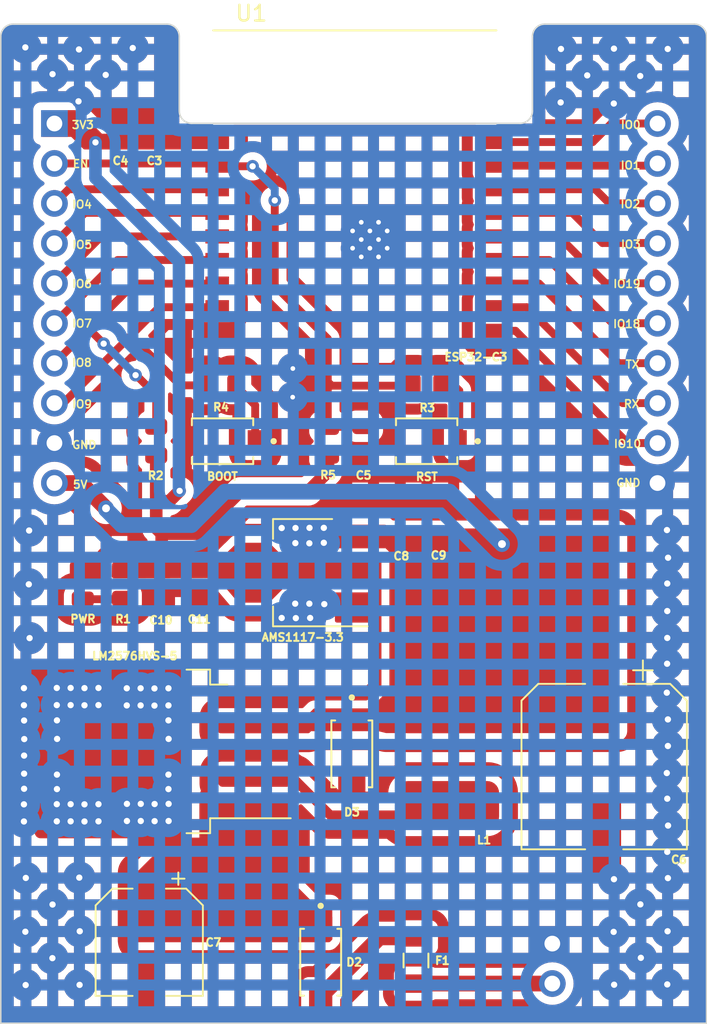
<source format=kicad_pcb>
(kicad_pcb (version 20221018) (generator pcbnew)
  (layers (0 "F.Cu" signal) (31 "B.Cu" signal) (34 "B.Paste" user) (35 "F.Paste" user) (36 "B.SilkS" user "B.Silkscreen") (37 "F.SilkS" user "F.Silkscreen") (38 "B.Mask" user) (39 "F.Mask" user) (44 "Edge.Cuts" user))
  (net 0 "")
  (net 1 "+3V3")
  (net 2 "GND")
  (net 3 "EN")
  (net 4 "+5V")
  (net 5 "Net-(U2-VIN)")
  (net 6 "Net-(D2-Pad2)")
  (net 7 "+12V")
  (net 8 "IO0")
  (net 9 "IO1")
  (net 10 "IO2")
  (net 11 "IO3")
  (net 12 "IO19")
  (net 13 "IO18")
  (net 14 "RX")
  (net 15 "TX")
  (net 16 "IO10")
  (net 17 "IO4")
  (net 18 "IO5")
  (net 19 "IO6")
  (net 20 "IO7")
  (net 21 "IO8")
  (net 22 "IO9")
  (net 23 "Net-(U2-OUT)")
  (net 24 "Net-(R3-Pad2)")
  (net 25 "Net-(R4-Pad2)")
  (net 26 "Net-(D1-A)")
  (footprint "ESP32_C3:MODULE_ESP32-C3-WROOM-02-H4" (layer "F.Cu") (at 124.55 99.76)
    (fp_text reference "U1" (at -6.575 -11.085) (layer "F.SilkS"))
    (fp_text value "ESP32-C3" (at 7.7 10.77) (layer "F.SilkS") (effects (font (size 0.5 0.5) (thickness 0.125))))
    (pad "1" smd rect (at -8.75 -2.9) (size 1.5 0.9) (layers "F.Cu" "F.Paste" "F.Mask") (net 1 "+3V3"))
    (pad "2" smd rect (at -8.75 -1.4) (size 1.5 0.9) (layers "F.Cu" "F.Paste" "F.Mask") (net 3 "EN"))
    (pad "3" smd rect (at -8.75 0.1) (size 1.5 0.9) (layers "F.Cu" "F.Paste" "F.Mask") (net 17 "IO4"))
    (pad "4" smd rect (at -8.75 1.6) (size 1.5 0.9) (layers "F.Cu" "F.Paste" "F.Mask") (net 18 "IO5"))
    (pad "5" smd rect (at -8.75 3.1) (size 1.5 0.9) (layers "F.Cu" "F.Paste" "F.Mask") (net 19 "IO6"))
    (pad "6" smd rect (at -8.75 4.6) (size 1.5 0.9) (layers "F.Cu" "F.Paste" "F.Mask") (net 20 "IO7"))
    (pad "7" smd rect (at -8.75 6.1) (size 1.5 0.9) (layers "F.Cu" "F.Paste" "F.Mask") (net 21 "IO8"))
    (pad "8" smd rect (at -8.75 7.6) (size 1.5 0.9) (layers "F.Cu" "F.Paste" "F.Mask") (net 22 "IO9"))
    (pad "9" smd rect (at -8.75 9.1) (size 1.5 0.9) (layers "F.Cu" "F.Paste" "F.Mask") (net 2 "GND"))
    (pad "10" smd rect (at 8.75 9.1) (size 1.5 0.9) (layers "F.Cu" "F.Paste" "F.Mask") (net 16 "IO10"))
    (pad "11" smd rect (at 8.75 7.6) (size 1.5 0.9) (layers "F.Cu" "F.Paste" "F.Mask") (net 14 "RX"))
    (pad "12" smd rect (at 8.75 6.1) (size 1.5 0.9) (layers "F.Cu" "F.Paste" "F.Mask") (net 15 "TX"))
    (pad "13" smd rect (at 8.75 4.6) (size 1.5 0.9) (layers "F.Cu" "F.Paste" "F.Mask") (net 13 "IO18"))
    (pad "14" smd rect (at 8.75 3.1) (size 1.5 0.9) (layers "F.Cu" "F.Paste" "F.Mask") (net 12 "IO19"))
    (pad "15" smd rect (at 8.75 1.6) (size 1.5 0.9) (layers "F.Cu" "F.Paste" "F.Mask") (net 11 "IO3"))
    (pad "16" smd rect (at 8.75 0.1) (size 1.5 0.9) (layers "F.Cu" "F.Paste" "F.Mask") (net 10 "IO2"))
    (pad "17" smd rect (at 8.75 -1.4) (size 1.5 0.9) (layers "F.Cu" "F.Paste" "F.Mask") (net 9 "IO1"))
    (pad "18" smd rect (at 8.75 -2.9) (size 1.5 0.9) (layers "F.Cu" "F.Paste" "F.Mask") (net 8 "IO0"))
    (pad "19" smd rect (at -0.14 2.2) (size 0.7 0.7) (layers "F.Cu" "F.Paste" "F.Mask") (net 2 "GND"))
    (pad "20" smd rect (at 0.96 2.2) (size 0.7 0.7) (layers "F.Cu" "F.Paste" "F.Mask") (net 2 "GND"))
    (pad "21" smd rect (at 2.06 2.2) (size 0.7 0.7) (layers "F.Cu" "F.Paste" "F.Mask") (net 2 "GND"))
    (pad "22" smd rect (at -0.14 3.3) (size 0.7 0.7) (layers "F.Cu" "F.Paste" "F.Mask") (net 2 "GND"))
    (pad "23" smd rect (at 0.96 3.3) (size 0.7 0.7) (layers "F.Cu" "F.Paste" "F.Mask") (net 2 "GND"))
    (pad "24" smd rect (at 2.06 3.3) (size 0.7 0.7) (layers "F.Cu" "F.Paste" "F.Mask") (net 2 "GND"))
    (pad "25" smd rect (at -0.14 4.4) (size 0.7 0.7) (layers "F.Cu" "F.Paste" "F.Mask") (net 2 "GND"))
    (pad "26" smd rect (at 0.96 4.4) (size 0.7 0.7) (layers "F.Cu" "F.Paste" "F.Mask") (net 2 "GND"))
    (pad "27" smd rect (at 2.06 4.4) (size 0.7 0.7) (layers "F.Cu" "F.Paste" "F.Mask") (net 2 "GND"))
    (pad "28" thru_hole circle (at 0.41 2.2) (size 0.4 0.4) (drill 0.3) (layers "*.Cu") (net 2 "GND"))
    (pad "29" thru_hole circle (at 1.51 2.2) (size 0.4 0.4) (drill 0.3) (layers "*.Cu") (net 2 "GND"))
    (pad "30" thru_hole circle (at -0.14 2.75) (size 0.4 0.4) (drill 0.3) (layers "*.Cu") (net 2 "GND"))
    (pad "31" thru_hole circle (at 0.96 2.75) (size 0.4 0.4) (drill 0.3) (layers "*.Cu") (net 2 "GND"))
    (pad "32" thru_hole circle (at 2.06 2.75) (size 0.4 0.4) (drill 0.3) (layers "*.Cu") (net 2 "GND"))
    (pad "33" thru_hole circle (at 0.41 3.3) (size 0.4 0.4) (drill 0.3) (layers "*.Cu") (net 2 "GND"))
    (pad "34" thru_hole circle (at 1.51 3.3) (size 0.4 0.4) (drill 0.3) (layers "*.Cu") (net 2 "GND"))
    (pad "35" thru_hole circle (at -0.14 3.85) (size 0.4 0.4) (drill 0.3) (layers "*.Cu") (net 2 "GND"))
    (pad "36" thru_hole circle (at 0.96 3.85) (size 0.4 0.4) (drill 0.3) (layers "*.Cu") (net 2 "GND"))
    (pad "37" thru_hole circle (at 2.06 3.85) (size 0.4 0.4) (drill 0.3) (layers "*.Cu") (net 2 "GND"))
    (pad "38" thru_hole circle (at 0.41 4.4) (size 0.4 0.4) (drill 0.3) (layers "*.Cu") (net 2 "GND"))
    (pad "38" thru_hole circle (at 1.51 4.4) (size 0.4 0.4) (drill 0.3) (layers "*.Cu") (net 2 "GND"))
    (zone (net 0) (net_name "") (layer "F.Cu") (connect_pads (clearance 0)) (min_thickness 0.01)
      (keepout (tracks not_allowed) (vias not_allowed) (pads not_allowed) (copperpour not_allowed) (footprints allowed))
      (fill (thermal_gap 0.508) (thermal_bridge_width 0.508))
      (polygon (pts (xy 115.55 89.76) (xy 133.55 89.76) (xy 133.55 95.76) (xy 115.55 95.76)))
    )
    (zone (net 0) (net_name "") (layer "B.Cu") (connect_pads (clearance 0)) (min_thickness 0.01)
      (keepout (tracks not_allowed) (vias not_allowed) (pads not_allowed) (copperpour not_allowed) (footprints allowed))
      (fill (thermal_gap 0.508) (thermal_bridge_width 0.508))
      (polygon (pts (xy 115.55 89.76) (xy 133.55 89.76) (xy 133.55 95.76) (xy 115.55 95.76)))
    )
  )
  (footprint "sigorta:FUSC3215X83N" (layer "F.Cu") (at 128.44 148.9 90)
    (fp_text reference "F1" (at -0.01 1.68 180) (layer "F.SilkS") (effects (font (size 0.5 0.5) (thickness 0.125))))
    (fp_text value "Fuse" hide)
    (pad "1" smd rect (at -1.47 0 90) (size 1.17 1.8) (layers "F.Cu" "F.Paste" "F.Mask") (net 7 "+12V"))
    (pad "2" smd rect (at 1.47 0 90) (size 1.17 1.8) (layers "F.Cu" "F.Paste" "F.Mask") (net 6 "Net-(D2-Pad2)"))
  )
  (footprint "Capacitor_SMD:CP_Elec_6.3x7.7" (layer "F.Cu") (at 111.48 147.74 -90)
    (fp_text reference "C7" (at 0.01 -4.08 -180) (layer "F.SilkS") (effects (font (size 0.5 0.5) (thickness 0.125))))
    (fp_text value "C_Polarized_Small" hide)
    (pad "1" smd roundrect (at -2.7 0 270) (size 3.5 1.6) (layers "F.Cu" "F.Paste" "F.Mask") (roundrect_rratio 0.15625) (net 5 "Net-(U2-VIN)"))
    (pad "2" smd roundrect (at 2.7 0 270) (size 3.5 1.6) (layers "F.Cu" "F.Paste" "F.Mask") (roundrect_rratio 0.15625) (net 2 "GND"))
  )
  (footprint "Package_TO_SOT_SMD:TO-263-5_TabPin3" (layer "F.Cu") (at 110.525 135.605 180)
    (fp_text reference "U2" hide)
    (fp_text value "LM2576HVS-5" (at -0.035 6.065) (layer "F.SilkS") (effects (font (size 0.5 0.5) (thickness 0.125))))
    (pad "1" smd roundrect (at -7.65 -3.4 180) (size 4.6 1.1) (layers "F.Cu" "F.Paste" "F.Mask") (roundrect_rratio 0.227273) (net 5 "Net-(U2-VIN)"))
    (pad "2" smd roundrect (at -7.65 -1.7 180) (size 4.6 1.1) (layers "F.Cu" "F.Paste" "F.Mask") (roundrect_rratio 0.227273) (net 23 "Net-(U2-OUT)"))
    (pad "3" smd roundrect (at -7.65 0 180) (size 4.6 1.1) (layers "F.Cu" "F.Paste" "F.Mask") (roundrect_rratio 0.227273) (net 2 "GND"))
    (pad "3" smd roundrect (at -0.925 -2.775 180) (size 4.55 5.25) (layers "F.Cu" "F.Paste") (roundrect_rratio 0.054945) (net 2 "GND"))
    (pad "3" smd roundrect (at -0.925 2.775 180) (size 4.55 5.25) (layers "F.Cu" "F.Paste") (roundrect_rratio 0.054945) (net 2 "GND"))
    (pad "3" smd roundrect (at 1.5 0 180) (size 9.4 10.8) (layers "F.Cu" "F.Mask") (roundrect_rratio 0.026596) (net 2 "GND"))
    (pad "3" smd roundrect (at 3.925 -2.775 180) (size 4.55 5.25) (layers "F.Cu" "F.Paste") (roundrect_rratio 0.054945) (net 2 "GND"))
    (pad "3" smd roundrect (at 3.925 2.775 180) (size 4.55 5.25) (layers "F.Cu" "F.Paste") (roundrect_rratio 0.054945) (net 2 "GND"))
    (pad "4" smd roundrect (at -7.65 1.7 180) (size 4.6 1.1) (layers "F.Cu" "F.Paste" "F.Mask") (roundrect_rratio 0.227273) (net 4 "+5V"))
    (pad "5" smd roundrect (at -7.65 3.4 180) (size 4.6 1.1) (layers "F.Cu" "F.Paste" "F.Mask") (roundrect_rratio 0.227273) (net 2 "GND"))
  )
  (footprint "Capacitor_SMD:C_0805_2012Metric" (layer "F.Cu") (at 125.1225 115.88 -90)
    (fp_text reference "C5" (at 2.17 0.0125 180) (layer "F.SilkS") (effects (font (size 0.5 0.5) (thickness 0.125))))
    (fp_text value "C")
    (pad "1" smd roundrect (at -0.95 0 270) (size 1 1.45) (layers "F.Cu" "F.Paste" "F.Mask") (net 3 "EN"))
    (pad "2" smd roundrect (at 0.95 0 270) (size 1 1.45) (layers "F.Cu" "F.Paste" "F.Mask") (net 2 "GND"))
  )
  (footprint "SS310:SODFL5226X100N" (layer "F.Cu") (at 124.36 135.76 -90)
    (fp_text reference "D3" (at 3.71 -0.01 180) (layer "F.SilkS") (effects (font (size 0.5 0.5) (thickness 0.125))))
    (fp_text value "SS310ALH" hide)
    (pad "1" smd rect (at -2.165 0 270) (size 1.44 1.48) (layers "F.Cu" "F.Paste" "F.Mask") (net 4 "+5V"))
    (pad "2" smd rect (at 2.165 0 270) (size 1.44 1.48) (layers "F.Cu" "F.Paste" "F.Mask") (net 2 "GND"))
  )
  (footprint "Connector_PinHeader_2.54mm:PinHeader_1x10_P2.54mm_Vertical" (layer "F.Cu") (at 143.8 95.68)
    (fp_text reference "J5" hide)
    (fp_text value "Conn_01x10_Male" hide)
    (pad "1" thru_hole oval (at 0 0) (size 1.7 1.7) (drill 1) (layers "*.Cu" "*.Mask") (net 8 "IO0"))
    (pad "2" thru_hole oval (at 0 2.54) (size 1.7 1.7) (drill 1) (layers "*.Cu" "*.Mask") (net 9 "IO1"))
    (pad "3" thru_hole oval (at 0 5.08) (size 1.7 1.7) (drill 1) (layers "*.Cu" "*.Mask") (net 10 "IO2"))
    (pad "4" thru_hole oval (at 0 7.62) (size 1.7 1.7) (drill 1) (layers "*.Cu" "*.Mask") (net 11 "IO3"))
    (pad "5" thru_hole oval (at 0 10.16) (size 1.7 1.7) (drill 1) (layers "*.Cu" "*.Mask") (net 12 "IO19"))
    (pad "6" thru_hole oval (at 0 12.7) (size 1.7 1.7) (drill 1) (layers "*.Cu" "*.Mask") (net 13 "IO18"))
    (pad "7" thru_hole oval (at 0 15.24) (size 1.7 1.7) (drill 1) (layers "*.Cu" "*.Mask") (net 15 "TX"))
    (pad "8" thru_hole oval (at 0 17.78) (size 1.7 1.7) (drill 1) (layers "*.Cu" "*.Mask") (net 14 "RX"))
    (pad "9" thru_hole oval (at 0 20.32) (size 1.7 1.7) (drill 1) (layers "*.Cu" "*.Mask") (net 16 "IO10"))
    (pad "10" thru_hole oval (at 0 22.86) (size 1.7 1.7) (drill 1) (layers "*.Cu" "*.Mask") (net 2 "GND"))
  )
  (footprint "Connector_PinHeader_2.54mm:PinHeader_1x10_P2.54mm_Vertical" (layer "F.Cu") (at 105.45 95.68)
    (fp_text reference "J4" hide)
    (fp_text value "Conn_01x10_Male" hide)
    (pad "1" thru_hole rect (at 0 0) (size 1.7 1.7) (drill 1) (layers "*.Cu" "*.Mask") (net 1 "+3V3"))
    (pad "2" thru_hole oval (at 0 2.54) (size 1.7 1.7) (drill 1) (layers "*.Cu" "*.Mask") (net 3 "EN"))
    (pad "3" thru_hole oval (at 0 5.08) (size 1.7 1.7) (drill 1) (layers "*.Cu" "*.Mask") (net 17 "IO4"))
    (pad "4" thru_hole oval (at 0 7.62) (size 1.7 1.7) (drill 1) (layers "*.Cu" "*.Mask") (net 18 "IO5"))
    (pad "5" thru_hole oval (at 0 10.16) (size 1.7 1.7) (drill 1) (layers "*.Cu" "*.Mask") (net 19 "IO6"))
    (pad "6" thru_hole oval (at 0 12.7) (size 1.7 1.7) (drill 1) (layers "*.Cu" "*.Mask") (net 20 "IO7"))
    (pad "7" thru_hole oval (at 0 15.24) (size 1.7 1.7) (drill 1) (layers "*.Cu" "*.Mask") (net 21 "IO8"))
    (pad "8" thru_hole oval (at 0 17.78) (size 1.7 1.7) (drill 1) (layers "*.Cu" "*.Mask") (net 22 "IO9"))
    (pad "9" thru_hole oval (at 0 20.32) (size 1.7 1.7) (drill 1) (layers "*.Cu" "*.Mask") (net 2 "GND"))
    (pad "10" thru_hole oval (at 0 22.86) (size 1.7 1.7) (drill 1) (layers "*.Cu" "*.Mask") (net 4 "+5V"))
  )
  (footprint "Capacitor_SMD:CP_Elec_10x12.6" (layer "F.Cu") (at 140.41 136.57 -90)
    (fp_text reference "C6" (at 5.92 -4.75 180) (layer "F.SilkS") (effects (font (size 0.5 0.5) (thickness 0.125))))
    (fp_text value "C_Polarized_Small" hide)
    (pad "1" smd roundrect (at -4.35 0 270) (size 4.4 1.9) (layers "F.Cu" "F.Paste" "F.Mask") (roundrect_rratio 0.131579) (net 4 "+5V"))
    (pad "2" smd roundrect (at 4.35 0 270) (size 4.4 1.9) (layers "F.Cu" "F.Paste" "F.Mask") (roundrect_rratio 0.131579) (net 2 "GND"))
  )
  (footprint "Resistor_SMD:R_0805_2012Metric" (layer "F.Cu") (at 111.9225 115.87 90)
    (fp_text reference "R2" (at -2.2 -0.0325 180) (layer "F.SilkS") (effects (font (size 0.5 0.5) (thickness 0.125))))
    (fp_text value "R")
    (pad "1" smd roundrect (at -0.9125 0 90) (size 1.025 1.4) (layers "F.Cu" "F.Paste" "F.Mask") (roundrect_rratio 0.243902) (net 1 "+3V3"))
    (pad "2" smd roundrect (at 0.9125 0 90) (size 1.025 1.4) (layers "F.Cu" "F.Paste" "F.Mask") (roundrect_rratio 0.243902) (net 21 "IO8"))
  )
  (footprint "button:SW_TL1015AF160QG" (layer "F.Cu") (at 129.12 115.88 180)
    (fp_text reference "RST" (at -0.01 -2.26) (layer "F.SilkS") (effects (font (size 0.5 0.5) (thickness 0.125))))
    (fp_text value "SW_Push" hide)
    (pad "1" smd rect (at -2.075 0 180) (size 0.95 1.4) (layers "F.Cu" "F.Paste" "F.Mask") (net 24 "Net-(R3-Pad2)"))
    (pad "2" smd rect (at 2.075 0 180) (size 0.95 1.4) (layers "F.Cu" "F.Paste" "F.Mask") (net 2 "GND"))
  )
  (footprint "Resistor_SMD:R_0805_2012Metric" (layer "F.Cu") (at 129.14 112.29)
    (fp_text reference "R3" (at 0.02 1.47) (layer "F.SilkS") (effects (font (size 0.5 0.5) (thickness 0.125))))
    (fp_text value "R")
    (pad "1" smd roundrect (at -0.9125 0) (size 1.025 1.4) (layers "F.Cu" "F.Paste" "F.Mask") (roundrect_rratio 0.243902) (net 3 "EN"))
    (pad "2" smd roundrect (at 0.9125 0) (size 1.025 1.4) (layers "F.Cu" "F.Paste" "F.Mask") (roundrect_rratio 0.243902) (net 24 "Net-(R3-Pad2)"))
  )
  (footprint "Capacitor_SMD:C_0805_2012Metric" (layer "F.Cu") (at 114.71 125.03 -90)
    (fp_text reference "C11" (at 2.18 0.05 180) (layer "F.SilkS") (effects (font (size 0.5 0.5) (thickness 0.125))))
    (fp_text value "C")
    (pad "1" smd roundrect (at -0.95 0 270) (size 1 1.45) (layers "F.Cu" "F.Paste" "F.Mask") (net 1 "+3V3"))
    (pad "2" smd roundrect (at 0.95 0 270) (size 1 1.45) (layers "F.Cu" "F.Paste" "F.Mask") (net 2 "GND"))
  )
  (footprint "LED_SMD:LED_0805_2012Metric" (layer "F.Cu") (at 107.25 124.99 -90)
    (fp_text reference "PWR" (at 2.19 -0.01 180) (layer "F.SilkS") (effects (font (size 0.5 0.5) (thickness 0.125))))
    (fp_text value "LED")
    (pad "1" smd roundrect (at -0.9375 0 270) (size 0.975 1.4) (layers "F.Cu" "F.Paste" "F.Mask") (net 2 "GND"))
    (pad "2" smd roundrect (at 0.9375 0 270) (size 0.975 1.4) (layers "F.Cu" "F.Paste" "F.Mask") (net 26 "Net-(D1-A)"))
  )
  (footprint "Connector_PinHeader_2.54mm:PinHeader_1x02_P2.54mm_Vertical" (layer "F.Cu") (at 137.11 147.825)
    (fp_text reference "J3" hide)
    (fp_text value "Screw_Terminal_01x02" hide)
    (pad "1" thru_hole rect (at 0 0) (size 1.7 1.7) (drill 1) (layers "*.Cu" "*.Mask") (net 2 "GND"))
    (pad "2" thru_hole oval (at 0 2.54) (size 1.7 1.7) (drill 1) (layers "*.Cu" "*.Mask") (net 7 "+12V"))
  )
  (footprint "Capacitor_SMD:C_0805_2012Metric" (layer "F.Cu") (at 129.88 120.99 90)
    (fp_text reference "C9" (at -2.15 0 180) (layer "F.SilkS") (effects (font (size 0.5 0.5) (thickness 0.125))))
    (fp_text value "C")
    (pad "1" smd roundrect (at -0.95 0 90) (size 1 1.45) (layers "F.Cu" "F.Paste" "F.Mask") (net 4 "+5V"))
    (pad "2" smd roundrect (at 0.95 0 90) (size 1 1.45) (layers "F.Cu" "F.Paste" "F.Mask") (net 2 "GND"))
  )
  (footprint "Capacitor_SMD:C_0805_2012Metric" (layer "F.Cu") (at 111.8 95.88 90)
    (fp_text reference "C3" (at -2.17 0.01 180) (layer "F.SilkS") (effects (font (size 0.5 0.5) (thickness 0.125))))
    (fp_text value "C")
    (pad "1" smd roundrect (at -0.95 0 90) (size 1 1.45) (layers "F.Cu" "F.Paste" "F.Mask") (net 1 "+3V3"))
    (pad "2" smd roundrect (at 0.95 0 90) (size 1 1.45) (layers "F.Cu" "F.Paste" "F.Mask") (net 2 "GND"))
  )
  (footprint "Resistor_SMD:R_0805_2012Metric" (layer "F.Cu") (at 122.85 115.88 90)
    (fp_text reference "R5" (at -2.15 0 180) (layer "F.SilkS") (effects (font (size 0.5 0.5) (thickness 0.125))))
    (fp_text value "R")
    (pad "1" smd roundrect (at -0.9125 0 90) (size 1.025 1.4) (layers "F.Cu" "F.Paste" "F.Mask") (roundrect_rratio 0.243902) (net 1 "+3V3"))
    (pad "2" smd roundrect (at 0.9125 0 90) (size 1.025 1.4) (layers "F.Cu" "F.Paste" "F.Mask") (roundrect_rratio 0.243902) (net 3 "EN"))
  )
  (footprint "L:100uH" (layer "F.Cu") (at 124.645 136.45 90)
    (fp_text reference "L1" hide)
    (fp_text value "L")
    (fp_text user "${REFERENCE}" (at -4.79 8.125 unlocked) (layer "F.SilkS") (effects (font (size 0.5 0.5) (thickness 0.125))))
    (pad "1" smd roundrect (at -2.54 5.81 90) (size 3 6.54) (layers "F.Cu" "F.Paste" "F.Mask") (net 23 "Net-(U2-OUT)"))
    (pad "2" smd roundrect (at 3.5 5.795 90) (size 3 6.51) (layers "F.Cu" "F.Paste" "F.Mask") (net 4 "+5V"))
  )
  (footprint "Package_TO_SOT_SMD:SOT-223-3_TabPin2" (layer "F.Cu") (at 121.26 124.24 180)
    (fp_text reference "U3" hide)
    (fp_text value "AMS1117-3.3" (at 0.02 -4.11) (layer "F.SilkS") (effects (font (size 0.5 0.5) (thickness 0.125))))
    (pad "1" smd rect (at -3.15 -2.3 180) (size 2 1.5) (layers "F.Cu" "F.Paste" "F.Mask") (net 2 "GND"))
    (pad "2" smd rect (at -3.15 0 180) (size 2 1.5) (layers "F.Cu" "F.Paste" "F.Mask") (net 1 "+3V3"))
    (pad "2" smd rect (at 3.15 0 180) (size 2 3.8) (layers "F.Cu" "F.Paste" "F.Mask") (net 1 "+3V3"))
    (pad "3" smd rect (at -3.15 2.3 180) (size 2 1.5) (layers "F.Cu" "F.Paste" "F.Mask") (net 4 "+5V"))
  )
  (footprint "button:SW_TL1015AF160QG" (layer "F.Cu") (at 116.14 115.88 180)
    (fp_text reference "BOOT" (at 0.01 -2.24) (layer "F.SilkS") (effects (font (size 0.5 0.5) (thickness 0.125))))
    (fp_text value "SW_Push" hide)
    (pad "1" smd rect (at -2.075 0 180) (size 0.95 1.4) (layers "F.Cu" "F.Paste" "F.Mask") (net 25 "Net-(R4-Pad2)"))
    (pad "2" smd rect (at 2.075 0 180) (size 0.95 1.4) (layers "F.Cu" "F.Paste" "F.Mask") (net 2 "GND"))
  )
  (footprint "Capacitor_SMD:C_0805_2012Metric" (layer "F.Cu") (at 127.51 120.98 90)
    (fp_text reference "C8" (at -2.21 0 180) (layer "F.SilkS") (effects (font (size 0.5 0.5) (thickness 0.125))))
    (fp_text value "C")
    (pad "1" smd roundrect (at -0.95 0 90) (size 1 1.45) (layers "F.Cu" "F.Paste" "F.Mask") (net 4 "+5V"))
    (pad "2" smd roundrect (at 0.95 0 90) (size 1 1.45) (layers "F.Cu" "F.Paste" "F.Mask") (net 2 "GND"))
  )
  (footprint "Capacitor_SMD:C_0805_2012Metric" (layer "F.Cu") (at 109.65 95.88 90)
    (fp_text reference "C4" (at -2.17 0 180) (layer "F.SilkS") (effects (font (size 0.5 0.5) (thickness 0.125))))
    (fp_text value "C")
    (pad "1" smd roundrect (at -0.95 0 90) (size 1 1.45) (layers "F.Cu" "F.Paste" "F.Mask") (net 1 "+3V3"))
    (pad "2" smd roundrect (at 0.95 0 90) (size 1 1.45) (layers "F.Cu" "F.Paste" "F.Mask") (net 2 "GND"))
  )
  (footprint "Resistor_SMD:R_0805_2012Metric" (layer "F.Cu") (at 109.81 124.99 -90)
    (fp_text reference "R1" (at 2.2 -0.01 180) (layer "F.SilkS") (effects (font (size 0.5 0.5) (thickness 0.125))))
    (fp_text value "R")
    (pad "1" smd roundrect (at -0.9125 0 270) (size 1.025 1.4) (layers "F.Cu" "F.Paste" "F.Mask") (roundrect_rratio 0.243902) (net 1 "+3V3"))
    (pad "2" smd roundrect (at 0.9125 0 270) (size 1.025 1.4) (layers "F.Cu" "F.Paste" "F.Mask") (roundrect_rratio 0.243902) (net 26 "Net-(D1-A)"))
  )
  (footprint "SS310:SODFL5226X100N" (layer "F.Cu") (at 122.38 149.01 -90)
    (fp_text reference "D2" (at 0 -2.13 180) (layer "F.SilkS") (effects (font (size 0.5 0.5) (thickness 0.125))))
    (fp_text value "SS310ALH" hide)
    (pad "1" smd rect (at -2.165 0 270) (size 1.44 1.48) (layers "F.Cu" "F.Paste" "F.Mask") (net 5 "Net-(U2-VIN)"))
    (pad "2" smd rect (at 2.165 0 270) (size 1.44 1.48) (layers "F.Cu" "F.Paste" "F.Mask") (net 6 "Net-(D2-Pad2)"))
  )
  (footprint "Capacitor_SMD:C_0805_2012Metric" (layer "F.Cu") (at 112.27 125.04 -90)
    (fp_text reference "C10" (at 2.22 0.04 180) (layer "F.SilkS") (effects (font (size 0.5 0.5) (thickness 0.125))))
    (fp_text value "C")
    (pad "1" smd roundrect (at -0.95 0 270) (size 1 1.45) (layers "F.Cu" "F.Paste" "F.Mask") (net 1 "+3V3"))
    (pad "2" smd roundrect (at 0.95 0 270) (size 1 1.45) (layers "F.Cu" "F.Paste" "F.Mask") (net 2 "GND"))
  )
  (footprint "Resistor_SMD:R_0805_2012Metric" (layer "F.Cu") (at 116.04 112.33)
    (fp_text reference "R4" (at 0 1.39) (layer "F.SilkS") (effects (font (size 0.5 0.5) (thickness 0.125))))
    (fp_text value "R")
    (pad "1" smd roundrect (at -0.9125 0) (size 1.025 1.4) (layers "F.Cu" "F.Paste" "F.Mask") (roundrect_rratio 0.243902) (net 22 "IO9"))
    (pad "2" smd roundrect (at 0.9125 0) (size 1.025 1.4) (layers "F.Cu" "F.Paste" "F.Mask") (roundrect_rratio 0.243902) (net 25 "Net-(R4-Pad2)"))
  )
  (gr_line (start 135.058614 95.671386) (end 114.19 95.671386) (stroke (width 0.1)) (layer "Edge.Cuts"))
  (gr_arc (start 102.038613 90.161468) (mid 102.26593 89.59545) (end 102.828614 89.36) (stroke (width 0.1)) (layer "Edge.Cuts"))
  (gr_line (start 102.038614 90.16) (end 102.038614 152.89) (stroke (width 0.1)) (layer "Edge.Cuts"))
  (gr_line (start 113.387228 90.148615) (end 113.387228 94.881386) (stroke (width 0.1)) (layer "Edge.Cuts"))
  (gr_line (start 146.92 152.89) (end 146.92 90.148614) (stroke (width 0.1)) (layer "Edge.Cuts"))
  (gr_line (start 146.131386 89.358614) (end 136.638614 89.358614) (stroke (width 0.1)) (layer "Edge.Cuts"))
  (gr_line (start 102.04 152.89) (end 146.92 152.89) (stroke (width 0.1)) (layer "Edge.Cuts"))
  (gr_arc (start 135.848614 90.148614) (mid 136.08 89.59) (end 136.638614 89.358614) (stroke (width 0.1)) (layer "Edge.Cuts"))
  (gr_arc (start 112.598613 89.36) (mid 113.156248 89.59098) (end 113.387228 90.148615) (stroke (width 0.1)) (layer "Edge.Cuts"))
  (gr_arc (start 146.131386 89.358613) (mid 146.689511 89.590084) (end 146.92 90.148614) (stroke (width 0.1)) (layer "Edge.Cuts"))
  (gr_arc (start 114.178614 95.671386) (mid 113.62 95.44) (end 113.388614 94.881386) (stroke (width 0.1)) (layer "Edge.Cuts"))
  (gr_line (start 112.598613 89.36) (end 102.828614 89.36) (stroke (width 0.1)) (layer "Edge.Cuts"))
  (gr_arc (start 135.848614 94.881386) (mid 135.617228 95.44) (end 135.058614 95.671386) (stroke (width 0.1)) (layer "Edge.Cuts"))
  (gr_line (start 135.848614 90.148614) (end 135.848614 94.881386) (stroke (width 0.1)) (layer "Edge.Cuts"))
  (gr_text "IO10" (at 140.97 116.34) (layer "F.SilkS") (effects (font (size 0.5 0.5) (thickness 0.1) bold) (justify left bottom)))
  (gr_text "GND" (at 106.52 116.41) (layer "F.SilkS") (effects (font (size 0.5 0.5) (thickness 0.1) bold) (justify left bottom)))
  (gr_text "RX" (at 141.6 113.81) (layer "F.SilkS") (effects (font (size 0.5 0.5) (thickness 0.1) bold) (justify left bottom)))
  (gr_text "IO0" (at 141.41 96.06) (layer "F.SilkS") (effects (font (size 0.5 0.5) (thickness 0.1) bold) (justify left bottom)))
  (gr_text "IO3" (at 141.42 103.66) (layer "F.SilkS") (effects (font (size 0.5 0.5) (thickness 0.1) bold) (justify left bottom)))
  (gr_text "IO4\n" (at 106.52 101.12) (layer "F.SilkS") (effects (font (size 0.5 0.5) (thickness 0.1) bold) (justify left bottom)))
  (gr_text "EN" (at 106.56 98.54) (layer "F.SilkS") (effects (font (size 0.5 0.5) (thickness 0.1) bold) (justify left bottom)))
  (gr_text "5V\n" (at 106.57 118.93) (layer "F.SilkS") (effects (font (size 0.5 0.5) (thickness 0.1) bold) (justify left bottom)))
  (gr_text "IO2" (at 141.39 101.1) (layer "F.SilkS") (effects (font (size 0.5 0.5) (thickness 0.1) bold) (justify left bottom)))
  (gr_text "GND" (at 141.12 118.82) (layer "F.SilkS") (effects (font (size 0.5 0.5) (thickness 0.1) bold) (justify left bottom)))
  (gr_text "IO9" (at 106.52 113.82) (layer "F.SilkS") (effects (font (size 0.5 0.5) (thickness 0.1) bold) (justify left bottom)))
  (gr_text "IO6\n" (at 106.52 106.17) (layer "F.SilkS") (effects (font (size 0.5 0.5) (thickness 0.1) bold) (justify left bottom)))
  (gr_text "IO7" (at 106.52 108.69) (layer "F.SilkS") (effects (font (size 0.5 0.5) (thickness 0.1) bold) (justify left bottom)))
  (gr_text "IO8" (at 106.51 111.18) (layer "F.SilkS") (effects (font (size 0.5 0.5) (thickness 0.1) bold) (justify left bottom)))
  (gr_text "TX" (at 141.72 111.29) (layer "F.SilkS") (effects (font (size 0.5 0.5) (thickness 0.1) bold) (justify left bottom)))
  (gr_text "3V3" (at 106.5 96.06) (layer "F.SilkS") (effects (font (size 0.5 0.5) (thickness 0.1) bold) (justify left bottom)))
  (gr_text "IO5\n" (at 106.53 103.68) (layer "F.SilkS") (effects (font (size 0.5 0.5) (thickness 0.1) bold) (justify left bottom)))
  (gr_text "IO1" (at 141.4 98.63) (layer "F.SilkS") (effects (font (size 0.5 0.5) (thickness 0.1) bold) (justify left bottom)))
  (gr_text "IO18" (at 140.92 108.72) (layer "F.SilkS") (effects (font (size 0.5 0.5) (thickness 0.1) bold) (justify left bottom)))
  (gr_text "IO19" (at 140.93 106.17) (layer "F.SilkS") (effects (font (size 0.5 0.5) (thickness 0.1) bold) (justify left bottom)))
  (segment (start 111.9225 121.4125) (end 111.9225 119.7) (width 0.8) (layer "F.Cu") (net 1))
  (segment (start 122.85 117.81) (end 122.85 116.7925) (width 0.8) (layer "F.Cu") (net 1))
  (segment (start 112.27 124.09) (end 112.27 121.76) (width 0.8) (layer "F.Cu") (net 1))
  (segment (start 117.27 119.07) (end 121.59 119.07) (width 0.8) (layer "F.Cu") (net 1))
  (segment (start 112.27 121.76) (end 111.9225 121.4125) (width 0.8) (layer "F.Cu") (net 1))
  (segment (start 111.9225 119.7) (end 112.75 119.7) (width 0.8) (layer "F.Cu") (net 1))
  (segment (start 113.3325 119.04) (end 113.41 119.04) (width 0.5) (layer "F.Cu") (net 1))
  (segment (start 114.58 121.76) (end 117.27 119.07) (width 0.8) (layer "F.Cu") (net 1))
  (segment (start 112.75 119.7) (end 113.41 119.04) (width 0.8) (layer "F.Cu") (net 1))
  (segment (start 121.59 119.07) (end 122.85 117.81) (width 0.8) (layer "F.Cu") (net 1))
  (segment (start 111.9225 119.7) (end 111.9225 116.7825) (width 0.8) (layer "F.Cu") (net 1))
  (segment (start 112.27 121.76) (end 114.58 121.76) (width 0.8) (layer "F.Cu") (net 1))
  (via (at 113.41 119.04) (size 0.8) (drill 0.4) (layers "F.Cu" "B.Cu") (net 1))
  (via (at 108.06 96.88) (size 0.8) (drill 0.4) (layers "F.Cu" "B.Cu") (net 1))
  (segment (start 108.06 96.88) (end 108.06 99.14) (width 0.8) (layer "B.Cu") (net 1))
  (segment (start 113.37 104.45) (end 113.37 119) (width 0.8) (layer "B.Cu") (net 1))
  (segment (start 108.06 99.14) (end 113.37 104.45) (width 0.8) (layer "B.Cu") (net 1))
  (segment (start 113.37 119) (end 113.41 119.04) (width 0.5) (layer "B.Cu") (net 1))
  (via (at 144.39 131.87) (size 0.8) (drill 0.4) (layers "F.Cu" "B.Cu") (net 2))
  (via (at 103.52 133.64) (size 0.8) (drill 0.4) (layers "F.Cu" "B.Cu") (net 2))
  (via (at 122.58 122.34) (size 0.8) (drill 0.4) (layers "F.Cu" "B.Cu") (net 2))
  (via (at 108.25 132.66) (size 0.8) (drill 0.4) (layers "F.Cu" "B.Cu") (net 2))
  (via (at 121.71 127.12) (size 0.8) (drill 0.4) (layers "F.Cu" "B.Cu") (net 2))
  (via (at 110.06 140.03) (size 0.8) (drill 0.4) (layers "F.Cu" "B.Cu") (net 2))
  (via (at 108.25 131.57) (size 0.8) (drill 0.4) (layers "F.Cu" "B.Cu") (net 2))
  (via (at 144.42 128.39) (size 0.8) (drill 0.4) (layers "F.Cu" "B.Cu") (net 2))
  (via (at 144.42 126.68) (size 0.8) (drill 0.4) (layers "F.Cu" "B.Cu") (net 2))
  (via (at 103.52 137.98) (size 0.8) (drill 0.4) (layers "F.Cu" "B.Cu") (net 2))
  (via (at 120.77 122.36) (size 0.8) (drill 0.4) (layers "F.Cu" "B.Cu") (net 2))
  (via (at 144.41 130.03) (size 0.8) (drill 0.4) (layers "F.Cu" "B.Cu") (net 2))
  (via (at 112.71 138.94) (size 0.8) (drill 0.4) (layers "F.Cu" "B.Cu") (net 2))
  (via (at 108.71 92.59) (size 0.8) (drill 0.4) (layers "F.Cu" "B.Cu") (net 2))
  (via (at 121.67 121.39) (size 0.8) (drill 0.4) (layers "F.Cu" "B.Cu") (net 2))
  (via (at 144.46 143.66) (size 0.8) (drill 0.4) (layers "F.Cu" "B.Cu") (net 2))
  (via (at 105.6 138.96) (size 0.8) (drill 0.4) (layers "F.Cu" "B.Cu") (net 2))
  (via (at 120.76 126.21) (size 0.8) (drill 0.4) (layers "F.Cu" "B.Cu") (net 2))
  (via (at 112.7 133.63) (size 0.8) (drill 0.4) (layers "F.Cu" "B.Cu") (net 2))
  (via (at 105.62 134.81) (size 0.8) (drill 0.4) (layers "F.Cu" "B.Cu") (net 2))
  (via (at 144.46 133.57) (size 0.8) (drill 0.4) (layers "F.Cu" "B.Cu") (net 2))
  (via (at 112.71 134.81) (size 0.8) (drill 0.4) (layers "F.Cu" "B.Cu") (net 2))
  (via (at 112.71 140.03) (size 0.8) (drill 0.4) (layers "F.Cu" "B.Cu") (net 2))
  (via (at 119.9 127.12) (size 0.8) (drill 0.4) (layers "F.Cu" "B.Cu") (net 2))
  (via (at 110.05 131.59) (size 0.8) (drill 0.4) (layers "F.Cu" "B.Cu") (net 2))
  (via (at 106.98 94.27) (size 0.8) (drill 0.4) (layers "F.Cu" "B.Cu") (net 2))
  (via (at 110.93 131.59) (size 0.8) (drill 0.4) (layers "F.Cu" "B.Cu") (net 2))
  (via (at 108.25 140.05) (size 0.8) (drill 0.4) (layers "F.Cu" "B.Cu") (net 2))
  (via (at 139.33 92.62) (size 0.8) (drill 0.4) (layers "F.Cu" "B.Cu") (net 2))
  (via (at 107.36 138.97) (size 0.8) (drill 0.4) (layers "F.Cu" "B.Cu") (net 2))
  (via (at 110.93 132.68) (size 0.8) (drill 0.4) (layers "F.Cu" "B.Cu") (net 2))
  (via (at 108.25 138.96) (size 0.8) (drill 0.4) (layers "F.Cu" "B.Cu") (net 2))
  (via (at 144.4 121.53) (size 0.8) (drill 0.4) (layers "F.Cu" "B.Cu") (net 2))
  (via (at 144.45 90.94) (size 0.8) (drill 0.4) (layers "F.Cu" "B.Cu") (net 2))
  (via (at 106.48 138.96) (size 0.8) (drill 0.4) (layers "F.Cu" "B.Cu") (net 2))
  (via (at 142.7 92.66) (size 0.8) (drill 0.4) (layers "F.Cu" "B.Cu") (net 2))
  (via (at 103.52 135.87) (size 0.8) (drill 0.4) (layers "F.Cu" "B.Cu") (net 2))
  (via (at 120.78 121.4) (size 0.8) (drill 0.4) (layers "F.Cu" "B.Cu") (net 2))
  (via (at 144.42 124.93) (size 0.8) (drill 0.4) (layers "F.Cu" "B.Cu") (net 2))
  (via (at 119.9 121.4) (size 0.8) (drill 0.4) (layers "F.Cu" "B.Cu") (net 2))
  (via (at 144.47 123.29) (size 0.8) (drill 0.4) (layers "F.Cu" "B.Cu") (net 2))
  (via (at 137.64 94.34) (size 0.8) (drill 0.4) (layers "F.Cu" "B.Cu") (net 2))
  (via (at 105.6 132.66) (size 0.8) (drill 0.4) (layers "F.Cu" "B.Cu") (net 2))
  (via (at 141.01 147.08) (size 0.8) (drill 0.4) (layers "F.Cu" "B.Cu") (net 2))
  (via (at 141.03 90.92) (size 0.8) (drill 0.4) (layers "F.Cu" "B.Cu") (net 2))
  (via (at 142.74 148.73) (size 0.8) (drill 0.4) (layers "F.Cu" "B.Cu") (net 2))
  (via (at 107.36 140.06) (size 0.8) (drill 0.4) (layers "F.Cu" "B.Cu") (net 2))
  (via (at 121.66 126.21) (size 0.8) (drill 0.4) (layers "F.Cu" "B.Cu") (net 2))
  (via (at 142.71 145.33) (size 0.8) (drill 0.4) (layers "F.Cu" "B.Cu") (net 2))
  (via (at 111.81 131.6) (size 0.8) (drill 0.4) (layers "F.Cu" "B.Cu") (net 2))
  (via (at 141.02 94.41) (size 0.8) (drill 0.4) (layers "F.Cu" "B.Cu") (net 2))
  (via (at 112.7 131.59) (size 0.8) (drill 0.4) (layers "F.Cu" "B.Cu") (net 2))
  (via (at 137.66 90.94) (size 0.8) (drill 0.4) (layers "F.Cu" "B.Cu") (net 2))
  (via (at 121.66 122.37) (size 0.8) (drill 0.4) (layers "F.Cu" "B.Cu") (net 2))
  (via (at 107.36 132.67) (size 0.8) (drill 0.4) (layers "F.Cu" "B.Cu") (net 2))
  (via (at 110.94 140.03) (size 0.8) (drill 0.4) (layers "F.Cu" "B.Cu") (net 2))
  (via (at 141.04 150.44) (size 0.8) (drill 0.4) (layers "F.Cu" "B.Cu") (net 2))
  (via (at 106.48 140.05) (size 0.8) (drill 0.4) (layers "F.Cu" "B.Cu") (net 2))
  (via (at 105.32 148.75) (size 0.8) (drill 0.4) (layers "F.Cu" "B.Cu") (net 2))
  (via (at 144.39 136.98) (size 0.8) (drill 0.4) (layers "F.Cu" "B.Cu") (net 2))
  (via (at 107.03 143.63) (size 0.8) (drill 0.4) (layers "F.Cu" "B.Cu") (net 2))
  (via (at 111.81 132.69) (size 0.8) (drill 0.4) (layers "F.Cu" "B.Cu") (net 2))
  (via (at 103.82 124.98) (size 0.8) (drill 0.4) (layers "F.Cu" "B.Cu") (net 2))
  (via (at 106.48 132.66) (size 0.8) (drill 0.4) (layers "F.Cu" "B.Cu") (net 2))
  (via (at 105.61 138) (size 0.8) (drill 0.4) (layers "F.Cu" "B.Cu") (net 2))
  (via (at 103.62 150.46) (size 0.8) (drill 0.4) (layers "F.Cu" "B.Cu") (net 2))
  (via (at 103.51 140.06) (size 0.8) (drill 0.4) (layers "F.Cu" "B.Cu") (net 2))
  (via (at 105.61 137.08) (size 0.8) (drill 0.4) (layers "F.Cu" "B.Cu") (net 2))
  (via (at 110.06 138.94) (size 0.8) (drill 0.4) (layers "F.Cu" "B.Cu") (net 2))
  (via (at 144.47 140.32) (size 0.8) (drill 0.4) (layers "F.Cu" "B.Cu") (net 2))
  (via (at 103.87 128.4) (size 0.8) (drill 0.4) (layers "F.Cu" "B.Cu") (net 2))
  (via (at 110.43 90.88) (size 0.8) (drill 0.4) (layers "F.Cu" "B.Cu") (net 2))
  (via (at 111.82 138.95) (size 0.8) (drill 0.4) (layers "F.Cu" "B.Cu") (net 2))
  (via (at 122.58 121.39) (size 0.8) (drill 0.4) (layers "F.Cu" "B.Cu") (net 2))
  (via (at 122.61 126.24) (size 0.8) (drill 0.4) (layers "F.Cu" "B.Cu") (net 2))
  (via (at 120.61 111.26) (size 0.5) (drill 0.3) (layers "F.Cu" "B.Cu") (net 2))
  (via (at 110.05 132.68) (size 0.8) (drill 0.4) (layers "F.Cu" "B.Cu") (net 2))
  (via (at 103.84 121.56) (size 0.8) (drill 0.4) (layers "F.Cu" "B.Cu") (net 2))
  (via (at 105.6 140.05) (size 0.8) (drill 0.4) (layers "F.Cu" "B.Cu") (net 2))
  (via (at 110.94 138.94) (size 0.8) (drill 0.4) (layers "F.Cu" "B.Cu") (net 2))
  (via (at 144.46 135.26) (size 0.8) (drill 0.4) (layers "F.Cu" "B.Cu") (net 2))
  (via (at 112.7 137.08) (size 0.8) (drill 0.4) (layers "F.Cu" "B.Cu") (net 2))
  (via (at 103.6 147.07) (size 0.8) (drill 0.4) (layers "F.Cu" "B.Cu") (net 2))
  (via (at 103.63 143.65) (size 0.8) (drill 0.4) (layers "F.Cu" "B.Cu") (net 2))
  (via (at 105.61 133.63) (size 0.8) (drill 0.4) (layers "F.Cu" "B.Cu") (net 2))
  (via (at 103.51 132.67) (size 0.8) (drill 0.4) (layers "F.Cu" "B.Cu") (net 2))
  (via (at 105.6 131.57) (size 0.8) (drill 0.4) (layers "F.Cu" "B.Cu") (net 2))
  (via (at 144.42 141.99) (size 0.8) (drill 0.4) (layers "F.Cu" "B.Cu") (net 2))
  (via (at 144.42 150.42) (size 0.8) (drill 0.4) (layers "F.Cu" "B.Cu") (net 2))
  (via (at 112.7 138) (size 0.8) (drill 0.4) (layers "F.Cu" "B.Cu") (net 2))
  (via (at 105.33 145.34) (size 0.8) (drill 0.4) (layers "F.Cu" "B.Cu") (net 2))
  (via (at 107.36 131.58) (size 0.8) (drill 0.4) (layers "F.Cu" "B.Cu") (net 2))
  (via (at 103.51 131.58) (size 0.8) (drill 0.4) (layers "F.Cu" "B.Cu") (net 2))
  (via (at 103.53 134.82) (size 0.8) (drill 0.4) (layers "F.Cu" "B.Cu") (net 2))
  (via (at 144.44 147.04) (size 0.8) (drill 0.4) (layers "F.Cu" "B.Cu") (net 2))
  (via (at 112.7 132.68) (size 0.8) (drill 0.4) (layers "F.Cu" "B.Cu") (net 2))
  (via (at 141.03 143.73) (size 0.8) (drill 0.4) (layers "F.Cu" "B.Cu") (net 2))
  (via (at 144.42 138.61) (size 0.8) (drill 0.4) (layers "F.Cu" "B.Cu") (net 2))
  (via (at 107.06 147.04) (size 0.8) (drill 0.4) (layers "F.Cu" "B.Cu") (net 2))
  (via (at 107.05 150.45) (size 0.8) (drill 0.4) (layers "F.Cu" "B.Cu") (net 2))
  (via (at 103.52 137.02) (size 0.8) (drill 0.4) (layers "F.Cu" "B.Cu") (net 2))
  (via (at 103.51 138.97) (size 0.8) (drill 0.4) (layers "F.Cu" "B.Cu") (net 2))
  (via (at 107.01 90.97) (size 0.8) (drill 0.4) (layers "F.Cu" "B.Cu") (net 2))
  (via (at 120.8 127.13) (size 0.8) (drill 0.4) (layers "F.Cu" "B.Cu") (net 2))
  (via (at 120.6 113.08) (size 0.5) (drill 0.3) (layers "F.Cu" "B.Cu") (net 2))
  (via (at 105.33 92.54) (size 0.8) (drill 0.4) (layers "F.Cu" "B.Cu") (net 2))
  (via (at 106.48 131.57) (size 0.8) (drill 0.4) (layers "F.Cu" "B.Cu") (net 2))
  (via (at 111.82 140.04) (size 0.8) (drill 0.4) (layers "F.Cu" "B.Cu") (net 2))
  (via (at 103.6 90.84) (size 0.8) (drill 0.4) (layers "F.Cu" "B.Cu") (net 2))
  (segment (start 125.085 114.9675) (end 125.1225 114.93) (width 0.5) (layer "F.Cu") (net 3))
  (segment (start 119.46 105.99) (end 122.83 109.36) (width 0.5) (layer "F.Cu") (net 3))
  (segment (start 115.84 98.4) (end 115.8 98.36) (width 0.5) (layer "F.Cu") (net 3))
  (segment (start 128.1675 112.35) (end 128.2275 112.29) (width 0.5) (layer "F.Cu") (net 3))
  (segment (start 122.83 109.36) (end 122.83 112.1) (width 0.5) (layer "F.Cu") (net 3))
  (segment (start 122.85 114.9675) (end 125.085 114.9675) (width 0.5) (layer "F.Cu") (net 3))
  (segment (start 122.83 112.1) (end 123.08 112.35) (width 0.5) (layer "F.Cu") (net 3))
  (segment (start 119.46 100.57) (end 119.46 105.99) (width 0.5) (layer "F.Cu") (net 3))
  (segment (start 118.05 98.4) (end 115.84 98.4) (width 0.5) (layer "F.Cu") (net 3))
  (segment (start 123.08 112.35) (end 128.1675 112.35) (width 0.5) (layer "F.Cu") (net 3))
  (segment (start 122.83 112.1) (end 122.83 114.9475) (width 0.5) (layer "F.Cu") (net 3))
  (segment (start 122.83 114.9475) (end 122.85 114.9675) (width 0.5) (layer "F.Cu") (net 3))
  (segment (start 115.66 98.22) (end 115.8 98.36) (width 0.5) (layer "F.Cu") (net 3))
  (segment (start 105.46 98.22) (end 115.66 98.22) (width 0.5) (layer "F.Cu") (net 3))
  (via (at 118.05 98.4) (size 0.8) (drill 0.4) (layers "F.Cu" "B.Cu") (net 3))
  (via (at 119.46 100.57) (size 0.8) (drill 0.4) (layers "F.Cu" "B.Cu") (net 3))
  (segment (start 119.46 99.81) (end 118.05 98.4) (width 0.5) (layer "B.Cu") (net 3))
  (segment (start 119.46 100.57) (end 119.46 99.81) (width 0.5) (layer "B.Cu") (net 3))
  (segment (start 108.73 120.15) (end 107.12 118.54) (width 1) (layer "F.Cu") (net 4))
  (segment (start 133.91 122.42) (end 133.43 121.94) (width 1) (layer "F.Cu") (net 4))
  (segment (start 133.43 121.94) (end 129.88 121.94) (width 1) (layer "F.Cu") (net 4))
  (segment (start 107.12 118.54) (end 105.45 118.54) (width 1) (layer "F.Cu") (net 4))
  (via (at 108.73 120.15) (size 1) (drill 0.5) (layers "F.Cu" "B.Cu") (net 4))
  (via (at 133.91 122.42) (size 1) (drill 0.5) (layers "F.Cu" "B.Cu") (net 4))
  (segment (start 133.92 122.41) (end 133.91 122.42) (width 0.8) (layer "B.Cu") (net 4))
  (segment (start 130.58 119.09) (end 116.29 119.09) (width 1) (layer "B.Cu") (net 4))
  (segment (start 114.17 121.21) (end 109.72 121.21) (width 1) (layer "B.Cu") (net 4))
  (segment (start 116.29 119.09) (end 114.17 121.21) (width 1) (layer "B.Cu") (net 4))
  (segment (start 133.91 122.42) (end 130.58 119.09) (width 1) (layer "B.Cu") (net 4))
  (segment (start 108.73 120.22) (end 108.73 120.15) (width 1) (layer "B.Cu") (net 4))
  (segment (start 109.72 121.21) (end 108.73 120.22) (width 1) (layer "B.Cu") (net 4))
  (segment (start 111.48 145.04) (end 111.45 145.07) (width 1) (layer "F.Cu") (net 5))
  (segment (start 126.125 147.43) (end 122.38 151.175) (width 1) (layer "F.Cu") (net 6))
  (segment (start 128.44 147.43) (end 126.125 147.43) (width 1) (layer "F.Cu") (net 6))
  (segment (start 137.11 150.365) (end 128.445 150.365) (width 1) (layer "F.Cu") (net 7))
  (segment (start 128.445 150.365) (end 128.44 150.37) (width 1) (layer "F.Cu") (net 7))
  (segment (start 140.86 95.68) (end 143.8 95.68) (width 0.5) (layer "F.Cu") (net 8))
  (segment (start 133.3 96.86) (end 139.68 96.86) (width 0.5) (layer "F.Cu") (net 8))
  (segment (start 139.68 96.86) (end 140.86 95.68) (width 0.5) (layer "F.Cu") (net 8))
  (segment (start 143.66 98.36) (end 143.8 98.22) (width 0.5) (layer "F.Cu") (net 9))
  (segment (start 133.3 98.36) (end 143.66 98.36) (width 0.5) (layer "F.Cu") (net 9))
  (segment (start 133.3 99.86) (end 139.84 99.86) (width 0.5) (layer "F.Cu") (net 10))
  (segment (start 139.84 99.86) (end 140.74 100.76) (width 0.5) (layer "F.Cu") (net 10))
  (segment (start 140.74 100.76) (end 143.8 100.76) (width 0.5) (layer "F.Cu") (net 10))
  (segment (start 140.3 103.28) (end 143.78 103.28) (width 0.5) (layer "F.Cu") (net 11))
  (segment (start 143.78 103.28) (end 143.8 103.3) (width 0.5) (layer "F.Cu") (net 11))
  (segment (start 138.38 101.36) (end 140.3 103.28) (width 0.5) (layer "F.Cu") (net 11))
  (segment (start 133.3 101.36) (end 138.38 101.36) (width 0.5) (layer "F.Cu") (net 11))
  (segment (start 140.5 105.84) (end 143.8 105.84) (width 0.5) (layer "F.Cu") (net 12))
  (segment (start 137.52 102.86) (end 140.5 105.84) (width 0.5) (layer "F.Cu") (net 12))
  (segment (start 133.3 102.86) (end 137.52 102.86) (width 0.5) (layer "F.Cu") (net 12))
  (segment (start 136.91 104.36) (end 140.93 108.38) (width 0.5) (layer "F.Cu") (net 13))
  (segment (start 133.3 104.36) (end 136.91 104.36) (width 0.5) (layer "F.Cu") (net 13))
  (segment (start 140.93 108.38) (end 143.8 108.38) (width 0.5) (layer "F.Cu") (net 13))
  (segment (start 133.3 107.36) (end 135.49 107.36) (width 0.5) (layer "F.Cu") (net 14))
  (segment (start 135.49 107.36) (end 141.59 113.46) (width 0.5) (layer "F.Cu") (net 14))
  (segment (start 141.59 113.46) (end 143.8 113.46) (width 0.5) (layer "F.Cu") (net 14))
  (segment (start 136.27 105.86) (end 141.33 110.92) (width 0.5) (layer "F.Cu") (net 15))
  (segment (start 133.3 105.86) (end 136.27 105.86) (width 0.5) (layer "F.Cu") (net 15))
  (segment (start 141.33 110.92) (end 143.8 110.92) (width 0.5) (layer "F.Cu") (net 15))
  (segment (start 141.91 116) (end 143.8 116) (width 0.5) (layer "F.Cu") (net 16))
  (segment (start 133.3 108.86) (end 134.77 108.86) (width 0.5) (layer "F.Cu") (net 16))
  (segment (start 134.77 108.86) (end 141.91 116) (width 0.5) (layer "F.Cu") (net 16))
  (segment (start 105.46 100.75) (end 105.46 100.76) (width 0.5) (layer "F.Cu") (net 17))
  (segment (start 115.8 99.86) (end 106.35 99.86) (width 0.5) (layer "F.Cu") (net 17))
  (segment (start 106.35 99.86) (end 105.46 100.75) (width 0.5) (layer "F.Cu") (net 17))
  (segment (start 105.45 103.3) (end 107.39 101.36) (width 0.5) (layer "F.Cu") (net 18))
  (segment (start 105.46 103.3) (end 105.45 103.3) (width 0.5) (layer "F.Cu") (net 18))
  (segment (start 107.39 101.36) (end 115.8 101.36) (width 0.5) (layer "F.Cu") (net 18))
  (segment (start 108.43 102.86) (end 105.46 105.83) (width 0.5) (layer "F.Cu") (net 19))
  (segment (start 115.8 102.86) (end 108.43 102.86) (width 0.5) (layer "F.Cu") (net 19))
  (segment (start 105.46 105.83) (end 105.46 105.84) (width 0.5) (layer "F.Cu") (net 19))
  (segment (start 105.46 108.37) (end 109.47 104.36) (width 0.5) (layer "F.Cu") (net 20))
  (segment (start 105.46 108.38) (end 105.46 108.37) (width 0.5) (layer "F.Cu") (net 20))
  (segment (start 109.47 104.36) (end 115.8 104.36) (width 0.5) (layer "F.Cu") (net 20))
  (segment (start 110.65 111.68) (end 111.8825 112.9125) (width 0.5) (layer "F.Cu") (net 21))
  (segment (start 108.58 109.68) (end 107.8 108.9) (width 0.5) (layer "F.Cu") (net 21))
  (segment (start 110.61 111.68) (end 110.65 111.68) (width 0.5) (layer "F.Cu") (net 21))
  (segment (start 105.46 110.92) (end 110.52 105.86) (width 0.5) (layer "F.Cu") (net 21))
  (segment (start 110.52 105.86) (end 115.8 105.86) (width 0.5) (layer "F.Cu") (net 21))
  (segment (start 111.8825 112.9125) (end 111.9225 112.9525) (width 0.5) (layer "F.Cu") (net 21))
  (segment (start 111.9225 112.9525) (end 111.9225 114.9575) (width 0.5) (layer "F.Cu") (net 21))
  (via (at 110.61 111.68) (size 0.8) (drill 0.4) (layers "F.Cu" "B.Cu") (net 21))
  (via (at 108.58 109.68) (size 0.8) (drill 0.4) (layers "F.Cu" "B.Cu") (net 21))
  (segment (start 108.61 109.68) (end 110.61 111.68) (width 0.5) (layer "B.Cu") (net 21))
  (segment (start 108.58 109.68) (end 108.61 109.68) (width 0.5) (layer "B.Cu") (net 21))
  (segment (start 110.31 109.18) (end 110.31 109.16) (width 0.5) (layer "F.Cu") (net 22))
  (segment (start 105.46 113.46) (end 106.01 113.46) (width 0.5) (layer "F.Cu") (net 22))
  (segment (start 115.1275 112.33) (end 113.46 112.33) (width 0.5) (layer "F.Cu") (net 22))
  (segment (start 106.01 113.46) (end 112.11 107.36) (width 0.5) (layer "F.Cu") (net 22))
  (segment (start 113.46 112.33) (end 110.31 109.18) (width 0.5) (layer "F.Cu") (net 22))
  (segment (start 112.11 107.36) (end 115.8 107.36) (width 0.5) (layer "F.Cu") (net 22))
  (segment (start 129.955 139.66) (end 130.305 140.01) (width 0.4) (layer "F.Cu") (net 23))
  (segment (start 122.99 139.66) (end 129.785 139.66) (width 0.6) (layer "F.Cu") (net 23))
  (segment (start 120.635 137.305) (end 122.99 139.66) (width 0.6) (layer "F.Cu") (net 23))
  (segment (start 129.785 139.66) (end 130.455 138.99) (width 0.6) (layer "F.Cu") (net 23))
  (segment (start 118.175 137.305) (end 120.635 137.305) (width 0.6) (layer "F.Cu") (net 23))
  (segment (start 130.0525 112.29) (end 130.82 112.29) (width 0.5) (layer "F.Cu") (net 24))
  (segment (start 131.195 112.665) (end 131.195 115.88) (width 0.5) (layer "F.Cu") (net 24))
  (segment (start 130.82 112.29) (end 131.195 112.665) (width 0.5) (layer "F.Cu") (net 24))
  (segment (start 118.215 113.5925) (end 117.1725 112.55) (width 0.5) (layer "F.Cu") (net 25))
  (segment (start 117.1725 112.55) (end 117.0125 112.55) (width 0.5) (layer "F.Cu") (net 25))
  (segment (start 118.215 115.88) (end 118.215 113.5925) (width 0.5) (layer "F.Cu") (net 25))
  (segment (start 107.25 125.9275) (end 109.295 125.9275) (width 0.5) (layer "F.Cu") (net 26))
  (segment (start 109.295 125.9275) (end 109.32 125.9025) (width 0.5) (layer "F.Cu") (net 26))
  (zone (net 4) (net_name "+5V") (layer "F.Cu") (priority 4) (connect_pads thru_hole_only (clearance 0.5)) (min_thickness 0.25) (fill yes (thermal_gap 0.5) (thermal_bridge_width 0.5))
    (polygon (pts (xy 115.87 134.45) (xy 121.64 134.45) (xy 121.77 134.32) (xy 126.06 134.32) (xy 126.540002 134.44) (xy 141.37 134.44) (xy 141.37 121.43) (xy 126.75 121.43) (xy 126.51 121.19) (xy 123.44 121.19) (xy 123.44 122.69) (xy 126.51 122.69) (xy 126.75 122.93) (xy 126.75 131.66) (xy 125.54 132.87) (xy 121.97 132.87) (xy 121.95 132.87) (xy 121.46 133.36) (xy 115.87 133.36)))
  )
  (zone (net 1) (net_name "+3V3") (layer "F.Cu") (priority 3) (connect_pads thru_hole_only (clearance 0.5)) (min_thickness 0.25) (fill yes (thermal_gap 0.5) (thermal_bridge_width 0.5))
    (polygon (pts (xy 125.41 123.49) (xy 125.41 124.99) (xy 120.26 124.99) (xy 119.11 126.14) (xy 117.13 126.14) (xy 116.5 125.397565) (xy 115.81 124.58) (xy 109.100892 124.599108) (xy 109.1 124.39) (xy 109.11 123.99) (xy 109.120682 123.590682) (xy 115.81 123.57) (xy 115.915 123.465) (xy 116.64 122.74) (xy 116.64 122.75) (xy 117.05 122.34) (xy 119.11 122.34) (xy 120.26 123.49)))
  )
  (zone (net 1) (net_name "+3V3") (layer "F.Cu") (priority 2) (connect_pads yes (clearance 0.1)) (min_thickness 0.25) (fill yes (thermal_gap 0.4) (thermal_bridge_width 0.4))
    (polygon (pts (xy 116.55 97.31) (xy 116.55 96.41) (xy 113.61 96.41) (xy 113.53 96.33) (xy 108.47 96.33) (xy 106.97 94.83) (xy 104.61 94.83) (xy 104.61 96.53) (xy 106.52 96.53) (xy 107.32 97.33) (xy 113.524791 97.33) (xy 113.544868 97.318921) (xy 113.6 97.31)))
  )
  (zone (net 5) (net_name "Net-(U2-VIN)") (layer "F.Cu") (priority 4) (connect_pads thru_hole_only (clearance 0.5)) (min_thickness 0.25) (fill yes (thermal_gap 0.5) (thermal_bridge_width 0.5))
    (polygon (pts (xy 120.47 138.46) (xy 120.48 138.47) (xy 120.48 143.8) (xy 121.9 145.22) (xy 123.11 145.22) (xy 123.12 145.23) (xy 123.12 147.57) (xy 122.95 147.74) (xy 110.69 147.74) (xy 110.68 147.73) (xy 110.68 143.29) (xy 111.68 142.29) (xy 115.66 142.29) (xy 115.87 142.08) (xy 115.87 138.46)))
  )
  (zone (net 2) (net_name "GND") (layer "F.Cu") (connect_pads yes (clearance 0.5)) (min_thickness 0.25) (fill yes (mode hatch) (thermal_gap 0.4) (thermal_bridge_width 0.4) (hatch_thickness 0.7) (hatch_gap 1) (hatch_orientation 0) (hatch_border_algorithm hatch_thickness) (hatch_min_hole_area 0.3))
    (polygon (pts (xy 113.39 89.35) (xy 113.39 95.63) (xy 113.38 95.64) (xy 113.42 95.68) (xy 135.84 95.68) (xy 135.84 89.36) (xy 136.39 89.35) (xy 146.92 89.35) (xy 146.92 152.87) (xy 146.91 152.88) (xy 102.04 152.88) (xy 102.04 89.35)))
  )
  (zone (net 2) (net_name "GND") (layer "B.Cu") (priority 1) (connect_pads yes (clearance 0.5)) (min_thickness 0.25) (fill yes (mode hatch) (thermal_gap 0.4) (thermal_bridge_width 0.4) (hatch_thickness 0.7) (hatch_gap 1) (hatch_orientation 0) (hatch_border_algorithm hatch_thickness) (hatch_min_hole_area 0.3))
    (polygon (pts (xy 102.04 89.35) (xy 113.39 89.35) (xy 113.39 95.68) (xy 135.83 95.68) (xy 135.84 95.67) (xy 135.84 89.36) (xy 135.85 89.35) (xy 146.92 89.35) (xy 146.92 152.87) (xy 146.9 152.89) (xy 102.04 152.89)))
  )
)
</source>
